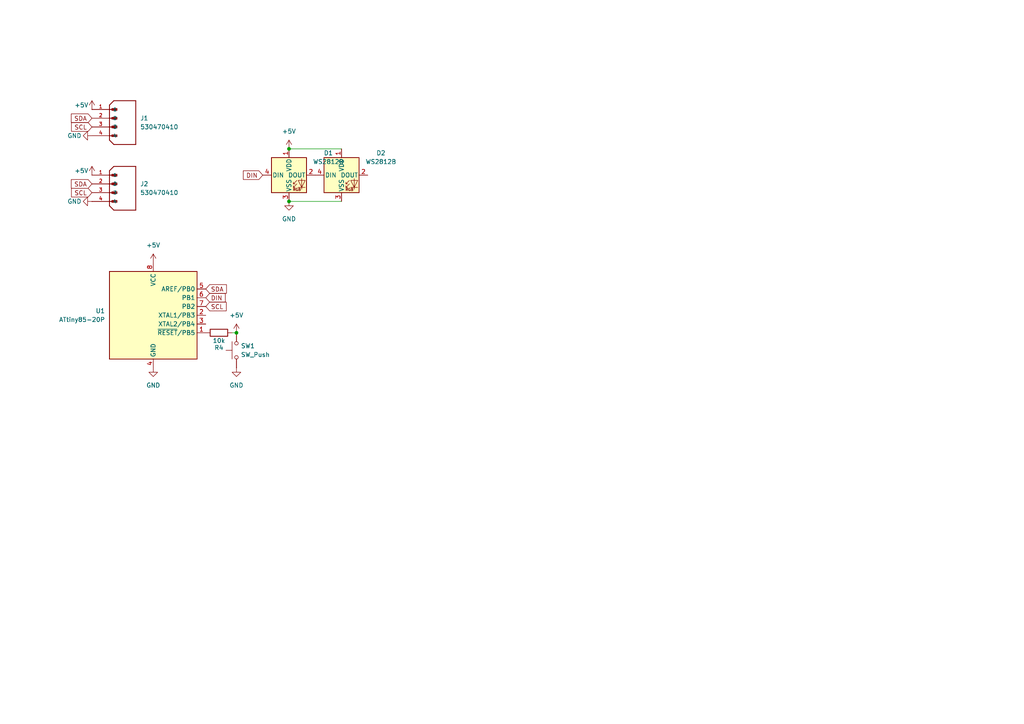
<source format=kicad_sch>
(kicad_sch
	(version 20250114)
	(generator "eeschema")
	(generator_version "9.0")
	(uuid "4f264fad-7f10-499c-9a89-39de6a31fb27")
	(paper "A4")
	(lib_symbols
		(symbol "530470410:530470410"
			(pin_names
				(offset 1.016)
			)
			(exclude_from_sim no)
			(in_bom yes)
			(on_board yes)
			(property "Reference" "J"
				(at 0 6.35 0)
				(effects
					(font
						(size 1.27 1.27)
					)
					(justify left bottom)
				)
			)
			(property "Value" "530470410"
				(at 0 -10.16 0)
				(effects
					(font
						(size 1.27 1.27)
					)
					(justify left bottom)
				)
			)
			(property "Footprint" "530470410:MOLEX_530470410"
				(at 0 0 0)
				(effects
					(font
						(size 1.27 1.27)
					)
					(justify bottom)
					(hide yes)
				)
			)
			(property "Datasheet" ""
				(at 0 0 0)
				(effects
					(font
						(size 1.27 1.27)
					)
					(hide yes)
				)
			)
			(property "Description" ""
				(at 0 0 0)
				(effects
					(font
						(size 1.27 1.27)
					)
					(hide yes)
				)
			)
			(property "MF" "Molex"
				(at 0 0 0)
				(effects
					(font
						(size 1.27 1.27)
					)
					(justify bottom)
					(hide yes)
				)
			)
			(property "MAXIMUM_PACKAGE_HEIGHT" "4.2 mm"
				(at 0 0 0)
				(effects
					(font
						(size 1.27 1.27)
					)
					(justify bottom)
					(hide yes)
				)
			)
			(property "Package" "None"
				(at 0 0 0)
				(effects
					(font
						(size 1.27 1.27)
					)
					(justify bottom)
					(hide yes)
				)
			)
			(property "Price" "None"
				(at 0 0 0)
				(effects
					(font
						(size 1.27 1.27)
					)
					(justify bottom)
					(hide yes)
				)
			)
			(property "Check_prices" "https://www.snapeda.com/parts/530470410/Molex/view-part/?ref=eda"
				(at 0 0 0)
				(effects
					(font
						(size 1.27 1.27)
					)
					(justify bottom)
					(hide yes)
				)
			)
			(property "STANDARD" "Manufacturer Recommendations"
				(at 0 0 0)
				(effects
					(font
						(size 1.27 1.27)
					)
					(justify bottom)
					(hide yes)
				)
			)
			(property "PARTREV" "A"
				(at 0 0 0)
				(effects
					(font
						(size 1.27 1.27)
					)
					(justify bottom)
					(hide yes)
				)
			)
			(property "SnapEDA_Link" "https://www.snapeda.com/parts/530470410/Molex/view-part/?ref=snap"
				(at 0 0 0)
				(effects
					(font
						(size 1.27 1.27)
					)
					(justify bottom)
					(hide yes)
				)
			)
			(property "MP" "530470410"
				(at 0 0 0)
				(effects
					(font
						(size 1.27 1.27)
					)
					(justify bottom)
					(hide yes)
				)
			)
			(property "Description_1" "Connector Header Through Hole 4 position 0.049 (1.25mm)"
				(at 0 0 0)
				(effects
					(font
						(size 1.27 1.27)
					)
					(justify bottom)
					(hide yes)
				)
			)
			(property "Availability" "In Stock"
				(at 0 0 0)
				(effects
					(font
						(size 1.27 1.27)
					)
					(justify bottom)
					(hide yes)
				)
			)
			(property "MANUFACTURER" "Molex"
				(at 0 0 0)
				(effects
					(font
						(size 1.27 1.27)
					)
					(justify bottom)
					(hide yes)
				)
			)
			(symbol "530470410_0_0"
				(polyline
					(pts
						(xy 0 3.81) (xy 0 -6.35)
					)
					(stroke
						(width 0.254)
						(type default)
					)
					(fill
						(type none)
					)
				)
				(polyline
					(pts
						(xy 0 3.81) (xy 1.27 5.08)
					)
					(stroke
						(width 0.254)
						(type default)
					)
					(fill
						(type none)
					)
				)
				(polyline
					(pts
						(xy 0 2.54) (xy 1.905 2.54)
					)
					(stroke
						(width 0.254)
						(type default)
					)
					(fill
						(type none)
					)
				)
				(polyline
					(pts
						(xy 0 0) (xy 1.905 0)
					)
					(stroke
						(width 0.254)
						(type default)
					)
					(fill
						(type none)
					)
				)
				(polyline
					(pts
						(xy 0 -2.54) (xy 1.905 -2.54)
					)
					(stroke
						(width 0.254)
						(type default)
					)
					(fill
						(type none)
					)
				)
				(polyline
					(pts
						(xy 0 -5.08) (xy 1.905 -5.08)
					)
					(stroke
						(width 0.254)
						(type default)
					)
					(fill
						(type none)
					)
				)
				(polyline
					(pts
						(xy 0 -6.35) (xy 1.27 -7.62)
					)
					(stroke
						(width 0.254)
						(type default)
					)
					(fill
						(type none)
					)
				)
				(rectangle
					(start 0.635 2.2225)
					(end 2.2225 2.8575)
					(stroke
						(width 0.1)
						(type default)
					)
					(fill
						(type outline)
					)
				)
				(rectangle
					(start 0.635 -0.3175)
					(end 2.2225 0.3175)
					(stroke
						(width 0.1)
						(type default)
					)
					(fill
						(type outline)
					)
				)
				(rectangle
					(start 0.635 -2.8575)
					(end 2.2225 -2.2225)
					(stroke
						(width 0.1)
						(type default)
					)
					(fill
						(type outline)
					)
				)
				(rectangle
					(start 0.635 -5.3975)
					(end 2.2225 -4.7625)
					(stroke
						(width 0.1)
						(type default)
					)
					(fill
						(type outline)
					)
				)
				(polyline
					(pts
						(xy 1.27 -7.62) (xy 7.62 -7.62)
					)
					(stroke
						(width 0.254)
						(type default)
					)
					(fill
						(type none)
					)
				)
				(polyline
					(pts
						(xy 7.62 5.08) (xy 1.27 5.08)
					)
					(stroke
						(width 0.254)
						(type default)
					)
					(fill
						(type none)
					)
				)
				(polyline
					(pts
						(xy 7.62 -7.62) (xy 7.62 5.08)
					)
					(stroke
						(width 0.254)
						(type default)
					)
					(fill
						(type none)
					)
				)
				(pin passive line
					(at -5.08 2.54 0)
					(length 5.08)
					(name "1"
						(effects
							(font
								(size 1.016 1.016)
							)
						)
					)
					(number "1"
						(effects
							(font
								(size 1.016 1.016)
							)
						)
					)
				)
				(pin passive line
					(at -5.08 0 0)
					(length 5.08)
					(name "2"
						(effects
							(font
								(size 1.016 1.016)
							)
						)
					)
					(number "2"
						(effects
							(font
								(size 1.016 1.016)
							)
						)
					)
				)
				(pin passive line
					(at -5.08 -2.54 0)
					(length 5.08)
					(name "3"
						(effects
							(font
								(size 1.016 1.016)
							)
						)
					)
					(number "3"
						(effects
							(font
								(size 1.016 1.016)
							)
						)
					)
				)
				(pin passive line
					(at -5.08 -5.08 0)
					(length 5.08)
					(name "4"
						(effects
							(font
								(size 1.016 1.016)
							)
						)
					)
					(number "4"
						(effects
							(font
								(size 1.016 1.016)
							)
						)
					)
				)
			)
			(embedded_fonts no)
		)
		(symbol "Device:R"
			(pin_numbers
				(hide yes)
			)
			(pin_names
				(offset 0)
			)
			(exclude_from_sim no)
			(in_bom yes)
			(on_board yes)
			(property "Reference" "R"
				(at 2.032 0 90)
				(effects
					(font
						(size 1.27 1.27)
					)
				)
			)
			(property "Value" "R"
				(at 0 0 90)
				(effects
					(font
						(size 1.27 1.27)
					)
				)
			)
			(property "Footprint" ""
				(at -1.778 0 90)
				(effects
					(font
						(size 1.27 1.27)
					)
					(hide yes)
				)
			)
			(property "Datasheet" "~"
				(at 0 0 0)
				(effects
					(font
						(size 1.27 1.27)
					)
					(hide yes)
				)
			)
			(property "Description" "Resistor"
				(at 0 0 0)
				(effects
					(font
						(size 1.27 1.27)
					)
					(hide yes)
				)
			)
			(property "ki_keywords" "R res resistor"
				(at 0 0 0)
				(effects
					(font
						(size 1.27 1.27)
					)
					(hide yes)
				)
			)
			(property "ki_fp_filters" "R_*"
				(at 0 0 0)
				(effects
					(font
						(size 1.27 1.27)
					)
					(hide yes)
				)
			)
			(symbol "R_0_1"
				(rectangle
					(start -1.016 -2.54)
					(end 1.016 2.54)
					(stroke
						(width 0.254)
						(type default)
					)
					(fill
						(type none)
					)
				)
			)
			(symbol "R_1_1"
				(pin passive line
					(at 0 3.81 270)
					(length 1.27)
					(name "~"
						(effects
							(font
								(size 1.27 1.27)
							)
						)
					)
					(number "1"
						(effects
							(font
								(size 1.27 1.27)
							)
						)
					)
				)
				(pin passive line
					(at 0 -3.81 90)
					(length 1.27)
					(name "~"
						(effects
							(font
								(size 1.27 1.27)
							)
						)
					)
					(number "2"
						(effects
							(font
								(size 1.27 1.27)
							)
						)
					)
				)
			)
			(embedded_fonts no)
		)
		(symbol "LED:WS2812B"
			(pin_names
				(offset 0.254)
			)
			(exclude_from_sim no)
			(in_bom yes)
			(on_board yes)
			(property "Reference" "D"
				(at 5.08 5.715 0)
				(effects
					(font
						(size 1.27 1.27)
					)
					(justify right bottom)
				)
			)
			(property "Value" "WS2812B"
				(at 1.27 -5.715 0)
				(effects
					(font
						(size 1.27 1.27)
					)
					(justify left top)
				)
			)
			(property "Footprint" "LED_SMD:LED_WS2812B_PLCC4_5.0x5.0mm_P3.2mm"
				(at 1.27 -7.62 0)
				(effects
					(font
						(size 1.27 1.27)
					)
					(justify left top)
					(hide yes)
				)
			)
			(property "Datasheet" "https://cdn-shop.adafruit.com/datasheets/WS2812B.pdf"
				(at 2.54 -9.525 0)
				(effects
					(font
						(size 1.27 1.27)
					)
					(justify left top)
					(hide yes)
				)
			)
			(property "Description" "RGB LED with integrated controller"
				(at 0 0 0)
				(effects
					(font
						(size 1.27 1.27)
					)
					(hide yes)
				)
			)
			(property "ki_keywords" "RGB LED NeoPixel addressable"
				(at 0 0 0)
				(effects
					(font
						(size 1.27 1.27)
					)
					(hide yes)
				)
			)
			(property "ki_fp_filters" "LED*WS2812*PLCC*5.0x5.0mm*P3.2mm*"
				(at 0 0 0)
				(effects
					(font
						(size 1.27 1.27)
					)
					(hide yes)
				)
			)
			(symbol "WS2812B_0_0"
				(text "RGB"
					(at 2.286 -4.191 0)
					(effects
						(font
							(size 0.762 0.762)
						)
					)
				)
			)
			(symbol "WS2812B_0_1"
				(polyline
					(pts
						(xy 1.27 -2.54) (xy 1.778 -2.54)
					)
					(stroke
						(width 0)
						(type default)
					)
					(fill
						(type none)
					)
				)
				(polyline
					(pts
						(xy 1.27 -3.556) (xy 1.778 -3.556)
					)
					(stroke
						(width 0)
						(type default)
					)
					(fill
						(type none)
					)
				)
				(polyline
					(pts
						(xy 2.286 -1.524) (xy 1.27 -2.54) (xy 1.27 -2.032)
					)
					(stroke
						(width 0)
						(type default)
					)
					(fill
						(type none)
					)
				)
				(polyline
					(pts
						(xy 2.286 -2.54) (xy 1.27 -3.556) (xy 1.27 -3.048)
					)
					(stroke
						(width 0)
						(type default)
					)
					(fill
						(type none)
					)
				)
				(polyline
					(pts
						(xy 3.683 -1.016) (xy 3.683 -3.556) (xy 3.683 -4.064)
					)
					(stroke
						(width 0)
						(type default)
					)
					(fill
						(type none)
					)
				)
				(polyline
					(pts
						(xy 4.699 -1.524) (xy 2.667 -1.524) (xy 3.683 -3.556) (xy 4.699 -1.524)
					)
					(stroke
						(width 0)
						(type default)
					)
					(fill
						(type none)
					)
				)
				(polyline
					(pts
						(xy 4.699 -3.556) (xy 2.667 -3.556)
					)
					(stroke
						(width 0)
						(type default)
					)
					(fill
						(type none)
					)
				)
				(rectangle
					(start 5.08 5.08)
					(end -5.08 -5.08)
					(stroke
						(width 0.254)
						(type default)
					)
					(fill
						(type background)
					)
				)
			)
			(symbol "WS2812B_1_1"
				(pin input line
					(at -7.62 0 0)
					(length 2.54)
					(name "DIN"
						(effects
							(font
								(size 1.27 1.27)
							)
						)
					)
					(number "4"
						(effects
							(font
								(size 1.27 1.27)
							)
						)
					)
				)
				(pin power_in line
					(at 0 7.62 270)
					(length 2.54)
					(name "VDD"
						(effects
							(font
								(size 1.27 1.27)
							)
						)
					)
					(number "1"
						(effects
							(font
								(size 1.27 1.27)
							)
						)
					)
				)
				(pin power_in line
					(at 0 -7.62 90)
					(length 2.54)
					(name "VSS"
						(effects
							(font
								(size 1.27 1.27)
							)
						)
					)
					(number "3"
						(effects
							(font
								(size 1.27 1.27)
							)
						)
					)
				)
				(pin output line
					(at 7.62 0 180)
					(length 2.54)
					(name "DOUT"
						(effects
							(font
								(size 1.27 1.27)
							)
						)
					)
					(number "2"
						(effects
							(font
								(size 1.27 1.27)
							)
						)
					)
				)
			)
			(embedded_fonts no)
		)
		(symbol "MCU_Microchip_ATtiny:ATtiny85-20P"
			(exclude_from_sim no)
			(in_bom yes)
			(on_board yes)
			(property "Reference" "U"
				(at -12.7 13.97 0)
				(effects
					(font
						(size 1.27 1.27)
					)
					(justify left bottom)
				)
			)
			(property "Value" "ATtiny85-20P"
				(at 2.54 -13.97 0)
				(effects
					(font
						(size 1.27 1.27)
					)
					(justify left top)
				)
			)
			(property "Footprint" "Package_DIP:DIP-8_W7.62mm"
				(at 0 0 0)
				(effects
					(font
						(size 1.27 1.27)
						(italic yes)
					)
					(hide yes)
				)
			)
			(property "Datasheet" "http://ww1.microchip.com/downloads/en/DeviceDoc/atmel-2586-avr-8-bit-microcontroller-attiny25-attiny45-attiny85_datasheet.pdf"
				(at 0 0 0)
				(effects
					(font
						(size 1.27 1.27)
					)
					(hide yes)
				)
			)
			(property "Description" "20MHz, 8kB Flash, 512B SRAM, 512B EEPROM, debugWIRE, DIP-8"
				(at 0 0 0)
				(effects
					(font
						(size 1.27 1.27)
					)
					(hide yes)
				)
			)
			(property "ki_keywords" "AVR 8bit Microcontroller tinyAVR"
				(at 0 0 0)
				(effects
					(font
						(size 1.27 1.27)
					)
					(hide yes)
				)
			)
			(property "ki_fp_filters" "DIP*W7.62mm*"
				(at 0 0 0)
				(effects
					(font
						(size 1.27 1.27)
					)
					(hide yes)
				)
			)
			(symbol "ATtiny85-20P_0_1"
				(rectangle
					(start -12.7 -12.7)
					(end 12.7 12.7)
					(stroke
						(width 0.254)
						(type default)
					)
					(fill
						(type background)
					)
				)
			)
			(symbol "ATtiny85-20P_1_1"
				(pin power_in line
					(at 0 15.24 270)
					(length 2.54)
					(name "VCC"
						(effects
							(font
								(size 1.27 1.27)
							)
						)
					)
					(number "8"
						(effects
							(font
								(size 1.27 1.27)
							)
						)
					)
				)
				(pin power_in line
					(at 0 -15.24 90)
					(length 2.54)
					(name "GND"
						(effects
							(font
								(size 1.27 1.27)
							)
						)
					)
					(number "4"
						(effects
							(font
								(size 1.27 1.27)
							)
						)
					)
				)
				(pin bidirectional line
					(at 15.24 7.62 180)
					(length 2.54)
					(name "AREF/PB0"
						(effects
							(font
								(size 1.27 1.27)
							)
						)
					)
					(number "5"
						(effects
							(font
								(size 1.27 1.27)
							)
						)
					)
				)
				(pin bidirectional line
					(at 15.24 5.08 180)
					(length 2.54)
					(name "PB1"
						(effects
							(font
								(size 1.27 1.27)
							)
						)
					)
					(number "6"
						(effects
							(font
								(size 1.27 1.27)
							)
						)
					)
				)
				(pin bidirectional line
					(at 15.24 2.54 180)
					(length 2.54)
					(name "PB2"
						(effects
							(font
								(size 1.27 1.27)
							)
						)
					)
					(number "7"
						(effects
							(font
								(size 1.27 1.27)
							)
						)
					)
				)
				(pin bidirectional line
					(at 15.24 0 180)
					(length 2.54)
					(name "XTAL1/PB3"
						(effects
							(font
								(size 1.27 1.27)
							)
						)
					)
					(number "2"
						(effects
							(font
								(size 1.27 1.27)
							)
						)
					)
				)
				(pin bidirectional line
					(at 15.24 -2.54 180)
					(length 2.54)
					(name "XTAL2/PB4"
						(effects
							(font
								(size 1.27 1.27)
							)
						)
					)
					(number "3"
						(effects
							(font
								(size 1.27 1.27)
							)
						)
					)
				)
				(pin bidirectional line
					(at 15.24 -5.08 180)
					(length 2.54)
					(name "~{RESET}/PB5"
						(effects
							(font
								(size 1.27 1.27)
							)
						)
					)
					(number "1"
						(effects
							(font
								(size 1.27 1.27)
							)
						)
					)
				)
			)
			(embedded_fonts no)
		)
		(symbol "Switch:SW_Push"
			(pin_numbers
				(hide yes)
			)
			(pin_names
				(offset 1.016)
				(hide yes)
			)
			(exclude_from_sim no)
			(in_bom yes)
			(on_board yes)
			(property "Reference" "SW"
				(at 1.27 2.54 0)
				(effects
					(font
						(size 1.27 1.27)
					)
					(justify left)
				)
			)
			(property "Value" "SW_Push"
				(at 0 -1.524 0)
				(effects
					(font
						(size 1.27 1.27)
					)
				)
			)
			(property "Footprint" ""
				(at 0 5.08 0)
				(effects
					(font
						(size 1.27 1.27)
					)
					(hide yes)
				)
			)
			(property "Datasheet" "~"
				(at 0 5.08 0)
				(effects
					(font
						(size 1.27 1.27)
					)
					(hide yes)
				)
			)
			(property "Description" "Push button switch, generic, two pins"
				(at 0 0 0)
				(effects
					(font
						(size 1.27 1.27)
					)
					(hide yes)
				)
			)
			(property "ki_keywords" "switch normally-open pushbutton push-button"
				(at 0 0 0)
				(effects
					(font
						(size 1.27 1.27)
					)
					(hide yes)
				)
			)
			(symbol "SW_Push_0_1"
				(circle
					(center -2.032 0)
					(radius 0.508)
					(stroke
						(width 0)
						(type default)
					)
					(fill
						(type none)
					)
				)
				(polyline
					(pts
						(xy 0 1.27) (xy 0 3.048)
					)
					(stroke
						(width 0)
						(type default)
					)
					(fill
						(type none)
					)
				)
				(circle
					(center 2.032 0)
					(radius 0.508)
					(stroke
						(width 0)
						(type default)
					)
					(fill
						(type none)
					)
				)
				(polyline
					(pts
						(xy 2.54 1.27) (xy -2.54 1.27)
					)
					(stroke
						(width 0)
						(type default)
					)
					(fill
						(type none)
					)
				)
				(pin passive line
					(at -5.08 0 0)
					(length 2.54)
					(name "1"
						(effects
							(font
								(size 1.27 1.27)
							)
						)
					)
					(number "1"
						(effects
							(font
								(size 1.27 1.27)
							)
						)
					)
				)
				(pin passive line
					(at 5.08 0 180)
					(length 2.54)
					(name "2"
						(effects
							(font
								(size 1.27 1.27)
							)
						)
					)
					(number "2"
						(effects
							(font
								(size 1.27 1.27)
							)
						)
					)
				)
			)
			(embedded_fonts no)
		)
		(symbol "power:+5V"
			(power)
			(pin_numbers
				(hide yes)
			)
			(pin_names
				(offset 0)
				(hide yes)
			)
			(exclude_from_sim no)
			(in_bom yes)
			(on_board yes)
			(property "Reference" "#PWR"
				(at 0 -3.81 0)
				(effects
					(font
						(size 1.27 1.27)
					)
					(hide yes)
				)
			)
			(property "Value" "+5V"
				(at 0 3.556 0)
				(effects
					(font
						(size 1.27 1.27)
					)
				)
			)
			(property "Footprint" ""
				(at 0 0 0)
				(effects
					(font
						(size 1.27 1.27)
					)
					(hide yes)
				)
			)
			(property "Datasheet" ""
				(at 0 0 0)
				(effects
					(font
						(size 1.27 1.27)
					)
					(hide yes)
				)
			)
			(property "Description" "Power symbol creates a global label with name \"+5V\""
				(at 0 0 0)
				(effects
					(font
						(size 1.27 1.27)
					)
					(hide yes)
				)
			)
			(property "ki_keywords" "global power"
				(at 0 0 0)
				(effects
					(font
						(size 1.27 1.27)
					)
					(hide yes)
				)
			)
			(symbol "+5V_0_1"
				(polyline
					(pts
						(xy -0.762 1.27) (xy 0 2.54)
					)
					(stroke
						(width 0)
						(type default)
					)
					(fill
						(type none)
					)
				)
				(polyline
					(pts
						(xy 0 2.54) (xy 0.762 1.27)
					)
					(stroke
						(width 0)
						(type default)
					)
					(fill
						(type none)
					)
				)
				(polyline
					(pts
						(xy 0 0) (xy 0 2.54)
					)
					(stroke
						(width 0)
						(type default)
					)
					(fill
						(type none)
					)
				)
			)
			(symbol "+5V_1_1"
				(pin power_in line
					(at 0 0 90)
					(length 0)
					(name "~"
						(effects
							(font
								(size 1.27 1.27)
							)
						)
					)
					(number "1"
						(effects
							(font
								(size 1.27 1.27)
							)
						)
					)
				)
			)
			(embedded_fonts no)
		)
		(symbol "power:GND"
			(power)
			(pin_numbers
				(hide yes)
			)
			(pin_names
				(offset 0)
				(hide yes)
			)
			(exclude_from_sim no)
			(in_bom yes)
			(on_board yes)
			(property "Reference" "#PWR"
				(at 0 -6.35 0)
				(effects
					(font
						(size 1.27 1.27)
					)
					(hide yes)
				)
			)
			(property "Value" "GND"
				(at 0 -3.81 0)
				(effects
					(font
						(size 1.27 1.27)
					)
				)
			)
			(property "Footprint" ""
				(at 0 0 0)
				(effects
					(font
						(size 1.27 1.27)
					)
					(hide yes)
				)
			)
			(property "Datasheet" ""
				(at 0 0 0)
				(effects
					(font
						(size 1.27 1.27)
					)
					(hide yes)
				)
			)
			(property "Description" "Power symbol creates a global label with name \"GND\" , ground"
				(at 0 0 0)
				(effects
					(font
						(size 1.27 1.27)
					)
					(hide yes)
				)
			)
			(property "ki_keywords" "global power"
				(at 0 0 0)
				(effects
					(font
						(size 1.27 1.27)
					)
					(hide yes)
				)
			)
			(symbol "GND_0_1"
				(polyline
					(pts
						(xy 0 0) (xy 0 -1.27) (xy 1.27 -1.27) (xy 0 -2.54) (xy -1.27 -1.27) (xy 0 -1.27)
					)
					(stroke
						(width 0)
						(type default)
					)
					(fill
						(type none)
					)
				)
			)
			(symbol "GND_1_1"
				(pin power_in line
					(at 0 0 270)
					(length 0)
					(name "~"
						(effects
							(font
								(size 1.27 1.27)
							)
						)
					)
					(number "1"
						(effects
							(font
								(size 1.27 1.27)
							)
						)
					)
				)
			)
			(embedded_fonts no)
		)
	)
	(junction
		(at 68.58 96.52)
		(diameter 0)
		(color 0 0 0 0)
		(uuid "542c24a8-1356-4dee-9c52-f85271229472")
	)
	(junction
		(at 83.82 58.42)
		(diameter 0)
		(color 0 0 0 0)
		(uuid "8abd7f4b-204a-4772-923d-a46c671a07fa")
	)
	(junction
		(at 83.82 43.18)
		(diameter 0)
		(color 0 0 0 0)
		(uuid "e70c5ddf-81c5-445a-b3c5-51a33b842a1f")
	)
	(wire
		(pts
			(xy 83.82 43.18) (xy 99.06 43.18)
		)
		(stroke
			(width 0)
			(type default)
		)
		(uuid "53f34f1c-c3d0-4224-9bd3-503a897a5658")
	)
	(wire
		(pts
			(xy 83.82 58.42) (xy 99.06 58.42)
		)
		(stroke
			(width 0)
			(type default)
		)
		(uuid "7174f5c8-123c-4e37-b050-6042b6cf053b")
	)
	(wire
		(pts
			(xy 68.58 96.52) (xy 67.31 96.52)
		)
		(stroke
			(width 0)
			(type default)
		)
		(uuid "7bac36b9-01f1-47e9-bd2e-aa9b8bc7560f")
	)
	(global_label "SDA"
		(shape input)
		(at 26.67 34.29 180)
		(fields_autoplaced yes)
		(effects
			(font
				(size 1.27 1.27)
			)
			(justify right)
		)
		(uuid "15db856e-0ed6-4740-bc43-883d68a42496")
		(property "Intersheetrefs" "${INTERSHEET_REFS}"
			(at 20.1167 34.29 0)
			(effects
				(font
					(size 1.27 1.27)
				)
				(justify right)
				(hide yes)
			)
		)
	)
	(global_label "DIN"
		(shape input)
		(at 76.2 50.8 180)
		(fields_autoplaced yes)
		(effects
			(font
				(size 1.27 1.27)
			)
			(justify right)
		)
		(uuid "3ceadd7a-445a-4cbc-8839-24e0e7677572")
		(property "Intersheetrefs" "${INTERSHEET_REFS}"
			(at 70.0095 50.8 0)
			(effects
				(font
					(size 1.27 1.27)
				)
				(justify right)
				(hide yes)
			)
		)
	)
	(global_label "DIN"
		(shape input)
		(at 59.69 86.36 0)
		(fields_autoplaced yes)
		(effects
			(font
				(size 1.27 1.27)
			)
			(justify left)
		)
		(uuid "3d0af601-0048-4d90-8e8b-ff3bbd3f0b56")
		(property "Intersheetrefs" "${INTERSHEET_REFS}"
			(at 65.8805 86.36 0)
			(effects
				(font
					(size 1.27 1.27)
				)
				(justify left)
				(hide yes)
			)
		)
	)
	(global_label "SDA"
		(shape input)
		(at 26.67 53.34 180)
		(fields_autoplaced yes)
		(effects
			(font
				(size 1.27 1.27)
			)
			(justify right)
		)
		(uuid "6a53ede5-cbc9-4844-8340-6394d8f7f2c3")
		(property "Intersheetrefs" "${INTERSHEET_REFS}"
			(at 20.1167 53.34 0)
			(effects
				(font
					(size 1.27 1.27)
				)
				(justify right)
				(hide yes)
			)
		)
	)
	(global_label "SDA"
		(shape input)
		(at 59.69 83.82 0)
		(fields_autoplaced yes)
		(effects
			(font
				(size 1.27 1.27)
			)
			(justify left)
		)
		(uuid "73ff7476-cc35-416a-9bfa-f11e9a18512b")
		(property "Intersheetrefs" "${INTERSHEET_REFS}"
			(at 66.2433 83.82 0)
			(effects
				(font
					(size 1.27 1.27)
				)
				(justify left)
				(hide yes)
			)
		)
	)
	(global_label "SCL"
		(shape input)
		(at 26.67 55.88 180)
		(fields_autoplaced yes)
		(effects
			(font
				(size 1.27 1.27)
			)
			(justify right)
		)
		(uuid "ad1b7a95-df2d-4e8a-9c2d-e86b0f14e77e")
		(property "Intersheetrefs" "${INTERSHEET_REFS}"
			(at 20.1772 55.88 0)
			(effects
				(font
					(size 1.27 1.27)
				)
				(justify right)
				(hide yes)
			)
		)
	)
	(global_label "SCL"
		(shape input)
		(at 26.67 36.83 180)
		(fields_autoplaced yes)
		(effects
			(font
				(size 1.27 1.27)
			)
			(justify right)
		)
		(uuid "efc25c81-6777-4355-9378-05d8c96e7a0c")
		(property "Intersheetrefs" "${INTERSHEET_REFS}"
			(at 20.1772 36.83 0)
			(effects
				(font
					(size 1.27 1.27)
				)
				(justify right)
				(hide yes)
			)
		)
	)
	(global_label "SCL"
		(shape input)
		(at 59.69 88.9 0)
		(fields_autoplaced yes)
		(effects
			(font
				(size 1.27 1.27)
			)
			(justify left)
		)
		(uuid "f1712f5d-f298-4c47-b2b7-61aacbd3c9da")
		(property "Intersheetrefs" "${INTERSHEET_REFS}"
			(at 66.1828 88.9 0)
			(effects
				(font
					(size 1.27 1.27)
				)
				(justify left)
				(hide yes)
			)
		)
	)
	(symbol
		(lib_id "530470410:530470410")
		(at 31.75 53.34 0)
		(unit 1)
		(exclude_from_sim no)
		(in_bom yes)
		(on_board yes)
		(dnp no)
		(fields_autoplaced yes)
		(uuid "04ab3fe5-a06f-4676-9a82-1700046818a4")
		(property "Reference" "J2"
			(at 40.64 53.3399 0)
			(effects
				(font
					(size 1.27 1.27)
				)
				(justify left)
			)
		)
		(property "Value" "530470410"
			(at 40.64 55.8799 0)
			(effects
				(font
					(size 1.27 1.27)
				)
				(justify left)
			)
		)
		(property "Footprint" "530470410:MOLEX_530470410"
			(at 31.75 53.34 0)
			(effects
				(font
					(size 1.27 1.27)
				)
				(justify bottom)
				(hide yes)
			)
		)
		(property "Datasheet" ""
			(at 31.75 53.34 0)
			(effects
				(font
					(size 1.27 1.27)
				)
				(hide yes)
			)
		)
		(property "Description" ""
			(at 31.75 53.34 0)
			(effects
				(font
					(size 1.27 1.27)
				)
				(hide yes)
			)
		)
		(property "MF" "Molex"
			(at 31.75 53.34 0)
			(effects
				(font
					(size 1.27 1.27)
				)
				(justify bottom)
				(hide yes)
			)
		)
		(property "MAXIMUM_PACKAGE_HEIGHT" "4.2 mm"
			(at 31.75 53.34 0)
			(effects
				(font
					(size 1.27 1.27)
				)
				(justify bottom)
				(hide yes)
			)
		)
		(property "Package" "None"
			(at 31.75 53.34 0)
			(effects
				(font
					(size 1.27 1.27)
				)
				(justify bottom)
				(hide yes)
			)
		)
		(property "Price" "None"
			(at 31.75 53.34 0)
			(effects
				(font
					(size 1.27 1.27)
				)
				(justify bottom)
				(hide yes)
			)
		)
		(property "Check_prices" "https://www.snapeda.com/parts/530470410/Molex/view-part/?ref=eda"
			(at 31.75 53.34 0)
			(effects
				(font
					(size 1.27 1.27)
				)
				(justify bottom)
				(hide yes)
			)
		)
		(property "STANDARD" "Manufacturer Recommendations"
			(at 31.75 53.34 0)
			(effects
				(font
					(size 1.27 1.27)
				)
				(justify bottom)
				(hide yes)
			)
		)
		(property "PARTREV" "A"
			(at 31.75 53.34 0)
			(effects
				(font
					(size 1.27 1.27)
				)
				(justify bottom)
				(hide yes)
			)
		)
		(property "SnapEDA_Link" "https://www.snapeda.com/parts/530470410/Molex/view-part/?ref=snap"
			(at 31.75 53.34 0)
			(effects
				(font
					(size 1.27 1.27)
				)
				(justify bottom)
				(hide yes)
			)
		)
		(property "MP" "530470410"
			(at 31.75 53.34 0)
			(effects
				(font
					(size 1.27 1.27)
				)
				(justify bottom)
				(hide yes)
			)
		)
		(property "Description_1" "Connector Header Through Hole 4 position 0.049 (1.25mm)"
			(at 31.75 53.34 0)
			(effects
				(font
					(size 1.27 1.27)
				)
				(justify bottom)
				(hide yes)
			)
		)
		(property "Availability" "In Stock"
			(at 31.75 53.34 0)
			(effects
				(font
					(size 1.27 1.27)
				)
				(justify bottom)
				(hide yes)
			)
		)
		(property "MANUFACTURER" "Molex"
			(at 31.75 53.34 0)
			(effects
				(font
					(size 1.27 1.27)
				)
				(justify bottom)
				(hide yes)
			)
		)
		(pin "4"
			(uuid "70fc2e39-0443-4068-adef-a458c15178e5")
		)
		(pin "1"
			(uuid "cf22174f-6de2-4eec-999f-77fc2a262c13")
		)
		(pin "2"
			(uuid "49844754-37bd-4662-a6cb-5b5a5943a380")
		)
		(pin "3"
			(uuid "2eb82c64-b32b-467a-9e13-358e6d1ef87c")
		)
		(instances
			(project "Blinder"
				(path "/4f264fad-7f10-499c-9a89-39de6a31fb27"
					(reference "J2")
					(unit 1)
				)
			)
		)
	)
	(symbol
		(lib_id "power:+5V")
		(at 68.58 96.52 0)
		(unit 1)
		(exclude_from_sim no)
		(in_bom yes)
		(on_board yes)
		(dnp no)
		(fields_autoplaced yes)
		(uuid "227384cd-7e97-440a-99a8-322f8ad38603")
		(property "Reference" "#PWR09"
			(at 68.58 100.33 0)
			(effects
				(font
					(size 1.27 1.27)
				)
				(hide yes)
			)
		)
		(property "Value" "+5V"
			(at 68.58 91.44 0)
			(effects
				(font
					(size 1.27 1.27)
				)
			)
		)
		(property "Footprint" ""
			(at 68.58 96.52 0)
			(effects
				(font
					(size 1.27 1.27)
				)
				(hide yes)
			)
		)
		(property "Datasheet" ""
			(at 68.58 96.52 0)
			(effects
				(font
					(size 1.27 1.27)
				)
				(hide yes)
			)
		)
		(property "Description" "Power symbol creates a global label with name \"+5V\""
			(at 68.58 96.52 0)
			(effects
				(font
					(size 1.27 1.27)
				)
				(hide yes)
			)
		)
		(pin "1"
			(uuid "b7dab1d2-fb2e-472d-bf1e-7fb7537d6145")
		)
		(instances
			(project "Blinder"
				(path "/4f264fad-7f10-499c-9a89-39de6a31fb27"
					(reference "#PWR09")
					(unit 1)
				)
			)
		)
	)
	(symbol
		(lib_id "power:GND")
		(at 44.45 106.68 0)
		(unit 1)
		(exclude_from_sim no)
		(in_bom yes)
		(on_board yes)
		(dnp no)
		(fields_autoplaced yes)
		(uuid "3d501a56-581d-42cb-a068-478fd77cc043")
		(property "Reference" "#PWR08"
			(at 44.45 113.03 0)
			(effects
				(font
					(size 1.27 1.27)
				)
				(hide yes)
			)
		)
		(property "Value" "GND"
			(at 44.45 111.76 0)
			(effects
				(font
					(size 1.27 1.27)
				)
			)
		)
		(property "Footprint" ""
			(at 44.45 106.68 0)
			(effects
				(font
					(size 1.27 1.27)
				)
				(hide yes)
			)
		)
		(property "Datasheet" ""
			(at 44.45 106.68 0)
			(effects
				(font
					(size 1.27 1.27)
				)
				(hide yes)
			)
		)
		(property "Description" "Power symbol creates a global label with name \"GND\" , ground"
			(at 44.45 106.68 0)
			(effects
				(font
					(size 1.27 1.27)
				)
				(hide yes)
			)
		)
		(pin "1"
			(uuid "cd3d03e1-11b0-4e4a-b27e-3777a8a43a56")
		)
		(instances
			(project "Blinder"
				(path "/4f264fad-7f10-499c-9a89-39de6a31fb27"
					(reference "#PWR08")
					(unit 1)
				)
			)
		)
	)
	(symbol
		(lib_id "power:GND")
		(at 68.58 106.68 0)
		(unit 1)
		(exclude_from_sim no)
		(in_bom yes)
		(on_board yes)
		(dnp no)
		(fields_autoplaced yes)
		(uuid "469a07af-6d12-4bde-b825-c9ae420bd4bc")
		(property "Reference" "#PWR010"
			(at 68.58 113.03 0)
			(effects
				(font
					(size 1.27 1.27)
				)
				(hide yes)
			)
		)
		(property "Value" "GND"
			(at 68.58 111.76 0)
			(effects
				(font
					(size 1.27 1.27)
				)
			)
		)
		(property "Footprint" ""
			(at 68.58 106.68 0)
			(effects
				(font
					(size 1.27 1.27)
				)
				(hide yes)
			)
		)
		(property "Datasheet" ""
			(at 68.58 106.68 0)
			(effects
				(font
					(size 1.27 1.27)
				)
				(hide yes)
			)
		)
		(property "Description" "Power symbol creates a global label with name \"GND\" , ground"
			(at 68.58 106.68 0)
			(effects
				(font
					(size 1.27 1.27)
				)
				(hide yes)
			)
		)
		(pin "1"
			(uuid "46f7e2b6-8f65-4052-ae2d-e3f7ddcd5e6a")
		)
		(instances
			(project "Blinder"
				(path "/4f264fad-7f10-499c-9a89-39de6a31fb27"
					(reference "#PWR010")
					(unit 1)
				)
			)
		)
	)
	(symbol
		(lib_id "LED:WS2812B")
		(at 99.06 50.8 0)
		(unit 1)
		(exclude_from_sim no)
		(in_bom yes)
		(on_board yes)
		(dnp no)
		(fields_autoplaced yes)
		(uuid "4a8c0a89-d376-410c-85fd-1691c36f5990")
		(property "Reference" "D2"
			(at 110.49 44.3798 0)
			(effects
				(font
					(size 1.27 1.27)
				)
			)
		)
		(property "Value" "WS2812B"
			(at 110.49 46.9198 0)
			(effects
				(font
					(size 1.27 1.27)
				)
			)
		)
		(property "Footprint" "LED_SMD:LED_WS2812B_PLCC4_5.0x5.0mm_P3.2mm"
			(at 100.33 58.42 0)
			(effects
				(font
					(size 1.27 1.27)
				)
				(justify left top)
				(hide yes)
			)
		)
		(property "Datasheet" "https://cdn-shop.adafruit.com/datasheets/WS2812B.pdf"
			(at 101.6 60.325 0)
			(effects
				(font
					(size 1.27 1.27)
				)
				(justify left top)
				(hide yes)
			)
		)
		(property "Description" "RGB LED with integrated controller"
			(at 99.06 50.8 0)
			(effects
				(font
					(size 1.27 1.27)
				)
				(hide yes)
			)
		)
		(pin "1"
			(uuid "611791c7-d510-4301-9175-e099e3756ada")
		)
		(pin "4"
			(uuid "656dc63e-4c8f-485d-8b9b-8c49b2050978")
		)
		(pin "2"
			(uuid "23c04064-4ed1-4802-af01-0a5e2f1adf4b")
		)
		(pin "3"
			(uuid "4bb8cf9b-7f91-49b8-89b1-0a57e64b285e")
		)
		(instances
			(project "Blinder"
				(path "/4f264fad-7f10-499c-9a89-39de6a31fb27"
					(reference "D2")
					(unit 1)
				)
			)
		)
	)
	(symbol
		(lib_id "530470410:530470410")
		(at 31.75 34.29 0)
		(unit 1)
		(exclude_from_sim no)
		(in_bom yes)
		(on_board yes)
		(dnp no)
		(fields_autoplaced yes)
		(uuid "53eceed9-a16d-4d22-950b-ec387345a30b")
		(property "Reference" "J1"
			(at 40.64 34.2899 0)
			(effects
				(font
					(size 1.27 1.27)
				)
				(justify left)
			)
		)
		(property "Value" "530470410"
			(at 40.64 36.8299 0)
			(effects
				(font
					(size 1.27 1.27)
				)
				(justify left)
			)
		)
		(property "Footprint" "530470410:MOLEX_530470410"
			(at 31.75 34.29 0)
			(effects
				(font
					(size 1.27 1.27)
				)
				(justify bottom)
				(hide yes)
			)
		)
		(property "Datasheet" ""
			(at 31.75 34.29 0)
			(effects
				(font
					(size 1.27 1.27)
				)
				(hide yes)
			)
		)
		(property "Description" ""
			(at 31.75 34.29 0)
			(effects
				(font
					(size 1.27 1.27)
				)
				(hide yes)
			)
		)
		(property "MF" "Molex"
			(at 31.75 34.29 0)
			(effects
				(font
					(size 1.27 1.27)
				)
				(justify bottom)
				(hide yes)
			)
		)
		(property "MAXIMUM_PACKAGE_HEIGHT" "4.2 mm"
			(at 31.75 34.29 0)
			(effects
				(font
					(size 1.27 1.27)
				)
				(justify bottom)
				(hide yes)
			)
		)
		(property "Package" "None"
			(at 31.75 34.29 0)
			(effects
				(font
					(size 1.27 1.27)
				)
				(justify bottom)
				(hide yes)
			)
		)
		(property "Price" "None"
			(at 31.75 34.29 0)
			(effects
				(font
					(size 1.27 1.27)
				)
				(justify bottom)
				(hide yes)
			)
		)
		(property "Check_prices" "https://www.snapeda.com/parts/530470410/Molex/view-part/?ref=eda"
			(at 31.75 34.29 0)
			(effects
				(font
					(size 1.27 1.27)
				)
				(justify bottom)
				(hide yes)
			)
		)
		(property "STANDARD" "Manufacturer Recommendations"
			(at 31.75 34.29 0)
			(effects
				(font
					(size 1.27 1.27)
				)
				(justify bottom)
				(hide yes)
			)
		)
		(property "PARTREV" "A"
			(at 31.75 34.29 0)
			(effects
				(font
					(size 1.27 1.27)
				)
				(justify bottom)
				(hide yes)
			)
		)
		(property "SnapEDA_Link" "https://www.snapeda.com/parts/530470410/Molex/view-part/?ref=snap"
			(at 31.75 34.29 0)
			(effects
				(font
					(size 1.27 1.27)
				)
				(justify bottom)
				(hide yes)
			)
		)
		(property "MP" "530470410"
			(at 31.75 34.29 0)
			(effects
				(font
					(size 1.27 1.27)
				)
				(justify bottom)
				(hide yes)
			)
		)
		(property "Description_1" "Connector Header Through Hole 4 position 0.049 (1.25mm)"
			(at 31.75 34.29 0)
			(effects
				(font
					(size 1.27 1.27)
				)
				(justify bottom)
				(hide yes)
			)
		)
		(property "Availability" "In Stock"
			(at 31.75 34.29 0)
			(effects
				(font
					(size 1.27 1.27)
				)
				(justify bottom)
				(hide yes)
			)
		)
		(property "MANUFACTURER" "Molex"
			(at 31.75 34.29 0)
			(effects
				(font
					(size 1.27 1.27)
				)
				(justify bottom)
				(hide yes)
			)
		)
		(pin "4"
			(uuid "e5941539-d458-499f-b6b1-30545d87b7e5")
		)
		(pin "1"
			(uuid "1fa70381-668d-4609-ad3e-5b8ff418e964")
		)
		(pin "2"
			(uuid "27ee166a-6924-479b-9297-2faa97b42b41")
		)
		(pin "3"
			(uuid "ea054a03-9865-49e3-a7e4-182766905ec9")
		)
		(instances
			(project ""
				(path "/4f264fad-7f10-499c-9a89-39de6a31fb27"
					(reference "J1")
					(unit 1)
				)
			)
		)
	)
	(symbol
		(lib_id "power:+5V")
		(at 26.67 31.75 0)
		(unit 1)
		(exclude_from_sim no)
		(in_bom yes)
		(on_board yes)
		(dnp no)
		(uuid "653f2ffa-1488-418f-893b-ea953d9eac3a")
		(property "Reference" "#PWR01"
			(at 26.67 35.56 0)
			(effects
				(font
					(size 1.27 1.27)
				)
				(hide yes)
			)
		)
		(property "Value" "+5V"
			(at 23.622 30.48 0)
			(effects
				(font
					(size 1.27 1.27)
				)
			)
		)
		(property "Footprint" ""
			(at 26.67 31.75 0)
			(effects
				(font
					(size 1.27 1.27)
				)
				(hide yes)
			)
		)
		(property "Datasheet" ""
			(at 26.67 31.75 0)
			(effects
				(font
					(size 1.27 1.27)
				)
				(hide yes)
			)
		)
		(property "Description" "Power symbol creates a global label with name \"+5V\""
			(at 26.67 31.75 0)
			(effects
				(font
					(size 1.27 1.27)
				)
				(hide yes)
			)
		)
		(pin "1"
			(uuid "99591dd9-d1d5-46cd-9341-6bc590f90a3d")
		)
		(instances
			(project "Blinder"
				(path "/4f264fad-7f10-499c-9a89-39de6a31fb27"
					(reference "#PWR01")
					(unit 1)
				)
			)
		)
	)
	(symbol
		(lib_id "power:+5V")
		(at 83.82 43.18 0)
		(unit 1)
		(exclude_from_sim no)
		(in_bom yes)
		(on_board yes)
		(dnp no)
		(fields_autoplaced yes)
		(uuid "6cf7fc19-71d8-479c-a51a-1bda25df1e88")
		(property "Reference" "#PWR011"
			(at 83.82 46.99 0)
			(effects
				(font
					(size 1.27 1.27)
				)
				(hide yes)
			)
		)
		(property "Value" "+5V"
			(at 83.82 38.1 0)
			(effects
				(font
					(size 1.27 1.27)
				)
			)
		)
		(property "Footprint" ""
			(at 83.82 43.18 0)
			(effects
				(font
					(size 1.27 1.27)
				)
				(hide yes)
			)
		)
		(property "Datasheet" ""
			(at 83.82 43.18 0)
			(effects
				(font
					(size 1.27 1.27)
				)
				(hide yes)
			)
		)
		(property "Description" "Power symbol creates a global label with name \"+5V\""
			(at 83.82 43.18 0)
			(effects
				(font
					(size 1.27 1.27)
				)
				(hide yes)
			)
		)
		(pin "1"
			(uuid "90758621-7dee-41f6-a57a-351316e53c2c")
		)
		(instances
			(project "Blinder"
				(path "/4f264fad-7f10-499c-9a89-39de6a31fb27"
					(reference "#PWR011")
					(unit 1)
				)
			)
		)
	)
	(symbol
		(lib_id "power:GND")
		(at 26.67 39.37 270)
		(unit 1)
		(exclude_from_sim no)
		(in_bom yes)
		(on_board yes)
		(dnp no)
		(uuid "6dd5b18c-2d98-4e5d-9e7e-403728f4fe66")
		(property "Reference" "#PWR04"
			(at 20.32 39.37 0)
			(effects
				(font
					(size 1.27 1.27)
				)
				(hide yes)
			)
		)
		(property "Value" "GND"
			(at 21.59 39.37 90)
			(effects
				(font
					(size 1.27 1.27)
				)
			)
		)
		(property "Footprint" ""
			(at 26.67 39.37 0)
			(effects
				(font
					(size 1.27 1.27)
				)
				(hide yes)
			)
		)
		(property "Datasheet" ""
			(at 26.67 39.37 0)
			(effects
				(font
					(size 1.27 1.27)
				)
				(hide yes)
			)
		)
		(property "Description" "Power symbol creates a global label with name \"GND\" , ground"
			(at 26.67 39.37 0)
			(effects
				(font
					(size 1.27 1.27)
				)
				(hide yes)
			)
		)
		(pin "1"
			(uuid "33c6c089-9236-4236-a6bd-839de8e63911")
		)
		(instances
			(project "Blinder"
				(path "/4f264fad-7f10-499c-9a89-39de6a31fb27"
					(reference "#PWR04")
					(unit 1)
				)
			)
		)
	)
	(symbol
		(lib_id "Switch:SW_Push")
		(at 68.58 101.6 90)
		(unit 1)
		(exclude_from_sim no)
		(in_bom yes)
		(on_board yes)
		(dnp no)
		(fields_autoplaced yes)
		(uuid "704227c7-7f76-4ac2-bc33-1b74d66a411f")
		(property "Reference" "SW1"
			(at 69.85 100.3299 90)
			(effects
				(font
					(size 1.27 1.27)
				)
				(justify right)
			)
		)
		(property "Value" "SW_Push"
			(at 69.85 102.8699 90)
			(effects
				(font
					(size 1.27 1.27)
				)
				(justify right)
			)
		)
		(property "Footprint" "Connector_PinHeader_2.54mm:PinHeader_1x02_P2.54mm_Vertical"
			(at 63.5 101.6 0)
			(effects
				(font
					(size 1.27 1.27)
				)
				(hide yes)
			)
		)
		(property "Datasheet" "~"
			(at 63.5 101.6 0)
			(effects
				(font
					(size 1.27 1.27)
				)
				(hide yes)
			)
		)
		(property "Description" "Push button switch, generic, two pins"
			(at 68.58 101.6 0)
			(effects
				(font
					(size 1.27 1.27)
				)
				(hide yes)
			)
		)
		(pin "1"
			(uuid "695e3c80-b956-4a98-b5b7-a8133c10323f")
		)
		(pin "2"
			(uuid "c74a066a-04b2-4fd9-a5fd-0a0d7bd1841b")
		)
		(instances
			(project "Blinder"
				(path "/4f264fad-7f10-499c-9a89-39de6a31fb27"
					(reference "SW1")
					(unit 1)
				)
			)
		)
	)
	(symbol
		(lib_id "Device:R")
		(at 63.5 96.52 90)
		(unit 1)
		(exclude_from_sim no)
		(in_bom yes)
		(on_board yes)
		(dnp no)
		(uuid "9007d3f7-25b0-4f2f-b3c6-c8ed0e26fc30")
		(property "Reference" "R4"
			(at 63.5 100.838 90)
			(effects
				(font
					(size 1.27 1.27)
				)
			)
		)
		(property "Value" "10k"
			(at 63.5 98.806 90)
			(effects
				(font
					(size 1.27 1.27)
				)
			)
		)
		(property "Footprint" "Resistor_SMD:R_0805_2012Metric"
			(at 63.5 98.298 90)
			(effects
				(font
					(size 1.27 1.27)
				)
				(hide yes)
			)
		)
		(property "Datasheet" "~"
			(at 63.5 96.52 0)
			(effects
				(font
					(size 1.27 1.27)
				)
				(hide yes)
			)
		)
		(property "Description" "Resistor"
			(at 63.5 96.52 0)
			(effects
				(font
					(size 1.27 1.27)
				)
				(hide yes)
			)
		)
		(pin "1"
			(uuid "f117ab1c-9df8-4895-87de-8e2ee4fea514")
		)
		(pin "2"
			(uuid "c43d9c23-7d56-4247-bc14-fa4ee936f8f2")
		)
		(instances
			(project "Blinder"
				(path "/4f264fad-7f10-499c-9a89-39de6a31fb27"
					(reference "R4")
					(unit 1)
				)
			)
		)
	)
	(symbol
		(lib_id "power:GND")
		(at 83.82 58.42 0)
		(unit 1)
		(exclude_from_sim no)
		(in_bom yes)
		(on_board yes)
		(dnp no)
		(fields_autoplaced yes)
		(uuid "b7817e81-f8c9-45cc-a6a7-18790ddb023a")
		(property "Reference" "#PWR012"
			(at 83.82 64.77 0)
			(effects
				(font
					(size 1.27 1.27)
				)
				(hide yes)
			)
		)
		(property "Value" "GND"
			(at 83.82 63.5 0)
			(effects
				(font
					(size 1.27 1.27)
				)
			)
		)
		(property "Footprint" ""
			(at 83.82 58.42 0)
			(effects
				(font
					(size 1.27 1.27)
				)
				(hide yes)
			)
		)
		(property "Datasheet" ""
			(at 83.82 58.42 0)
			(effects
				(font
					(size 1.27 1.27)
				)
				(hide yes)
			)
		)
		(property "Description" "Power symbol creates a global label with name \"GND\" , ground"
			(at 83.82 58.42 0)
			(effects
				(font
					(size 1.27 1.27)
				)
				(hide yes)
			)
		)
		(pin "1"
			(uuid "595ee48b-92be-4259-b379-b500335e0137")
		)
		(instances
			(project "Blinder"
				(path "/4f264fad-7f10-499c-9a89-39de6a31fb27"
					(reference "#PWR012")
					(unit 1)
				)
			)
		)
	)
	(symbol
		(lib_id "power:+5V")
		(at 26.67 50.8 0)
		(unit 1)
		(exclude_from_sim no)
		(in_bom yes)
		(on_board yes)
		(dnp no)
		(uuid "b78b769d-f935-4a54-91b1-787b0e3e5696")
		(property "Reference" "#PWR02"
			(at 26.67 54.61 0)
			(effects
				(font
					(size 1.27 1.27)
				)
				(hide yes)
			)
		)
		(property "Value" "+5V"
			(at 23.622 49.53 0)
			(effects
				(font
					(size 1.27 1.27)
				)
			)
		)
		(property "Footprint" ""
			(at 26.67 50.8 0)
			(effects
				(font
					(size 1.27 1.27)
				)
				(hide yes)
			)
		)
		(property "Datasheet" ""
			(at 26.67 50.8 0)
			(effects
				(font
					(size 1.27 1.27)
				)
				(hide yes)
			)
		)
		(property "Description" "Power symbol creates a global label with name \"+5V\""
			(at 26.67 50.8 0)
			(effects
				(font
					(size 1.27 1.27)
				)
				(hide yes)
			)
		)
		(pin "1"
			(uuid "519b90c1-3ae1-4d2b-83ce-9b9bf5b7ad01")
		)
		(instances
			(project "Blinder"
				(path "/4f264fad-7f10-499c-9a89-39de6a31fb27"
					(reference "#PWR02")
					(unit 1)
				)
			)
		)
	)
	(symbol
		(lib_id "LED:WS2812B")
		(at 83.82 50.8 0)
		(unit 1)
		(exclude_from_sim no)
		(in_bom yes)
		(on_board yes)
		(dnp no)
		(fields_autoplaced yes)
		(uuid "de02ce37-e418-48cc-92f8-977b75dc387e")
		(property "Reference" "D1"
			(at 95.25 44.3798 0)
			(effects
				(font
					(size 1.27 1.27)
				)
			)
		)
		(property "Value" "WS2812B"
			(at 95.25 46.9198 0)
			(effects
				(font
					(size 1.27 1.27)
				)
			)
		)
		(property "Footprint" "LED_SMD:LED_WS2812B_PLCC4_5.0x5.0mm_P3.2mm"
			(at 85.09 58.42 0)
			(effects
				(font
					(size 1.27 1.27)
				)
				(justify left top)
				(hide yes)
			)
		)
		(property "Datasheet" "https://cdn-shop.adafruit.com/datasheets/WS2812B.pdf"
			(at 86.36 60.325 0)
			(effects
				(font
					(size 1.27 1.27)
				)
				(justify left top)
				(hide yes)
			)
		)
		(property "Description" "RGB LED with integrated controller"
			(at 83.82 50.8 0)
			(effects
				(font
					(size 1.27 1.27)
				)
				(hide yes)
			)
		)
		(pin "1"
			(uuid "c308feea-4b32-43ac-b77d-ad3040d480d5")
		)
		(pin "4"
			(uuid "1bd221e5-990f-4b22-baf5-d2f819b4adbe")
		)
		(pin "2"
			(uuid "e2733e63-f322-4ee1-8c6b-04565be2dd8c")
		)
		(pin "3"
			(uuid "96eca469-21d5-4574-806f-90bc05b66799")
		)
		(instances
			(project ""
				(path "/4f264fad-7f10-499c-9a89-39de6a31fb27"
					(reference "D1")
					(unit 1)
				)
			)
		)
	)
	(symbol
		(lib_id "power:+5V")
		(at 44.45 76.2 0)
		(unit 1)
		(exclude_from_sim no)
		(in_bom yes)
		(on_board yes)
		(dnp no)
		(fields_autoplaced yes)
		(uuid "ef683625-c737-4b8d-b3d9-3ed5332089fc")
		(property "Reference" "#PWR03"
			(at 44.45 80.01 0)
			(effects
				(font
					(size 1.27 1.27)
				)
				(hide yes)
			)
		)
		(property "Value" "+5V"
			(at 44.45 71.12 0)
			(effects
				(font
					(size 1.27 1.27)
				)
			)
		)
		(property "Footprint" ""
			(at 44.45 76.2 0)
			(effects
				(font
					(size 1.27 1.27)
				)
				(hide yes)
			)
		)
		(property "Datasheet" ""
			(at 44.45 76.2 0)
			(effects
				(font
					(size 1.27 1.27)
				)
				(hide yes)
			)
		)
		(property "Description" "Power symbol creates a global label with name \"+5V\""
			(at 44.45 76.2 0)
			(effects
				(font
					(size 1.27 1.27)
				)
				(hide yes)
			)
		)
		(pin "1"
			(uuid "ee21f76f-1b20-493c-8361-53d87fbbca26")
		)
		(instances
			(project "Blinder"
				(path "/4f264fad-7f10-499c-9a89-39de6a31fb27"
					(reference "#PWR03")
					(unit 1)
				)
			)
		)
	)
	(symbol
		(lib_id "power:GND")
		(at 26.67 58.42 270)
		(unit 1)
		(exclude_from_sim no)
		(in_bom yes)
		(on_board yes)
		(dnp no)
		(uuid "f16b8414-89d4-4c36-bc4b-57fea600a58e")
		(property "Reference" "#PWR07"
			(at 20.32 58.42 0)
			(effects
				(font
					(size 1.27 1.27)
				)
				(hide yes)
			)
		)
		(property "Value" "GND"
			(at 21.59 58.42 90)
			(effects
				(font
					(size 1.27 1.27)
				)
			)
		)
		(property "Footprint" ""
			(at 26.67 58.42 0)
			(effects
				(font
					(size 1.27 1.27)
				)
				(hide yes)
			)
		)
		(property "Datasheet" ""
			(at 26.67 58.42 0)
			(effects
				(font
					(size 1.27 1.27)
				)
				(hide yes)
			)
		)
		(property "Description" "Power symbol creates a global label with name \"GND\" , ground"
			(at 26.67 58.42 0)
			(effects
				(font
					(size 1.27 1.27)
				)
				(hide yes)
			)
		)
		(pin "1"
			(uuid "2321ae75-c729-4e20-a838-debc0d39825a")
		)
		(instances
			(project "Blinder"
				(path "/4f264fad-7f10-499c-9a89-39de6a31fb27"
					(reference "#PWR07")
					(unit 1)
				)
			)
		)
	)
	(symbol
		(lib_id "MCU_Microchip_ATtiny:ATtiny85-20P")
		(at 44.45 91.44 0)
		(unit 1)
		(exclude_from_sim no)
		(in_bom yes)
		(on_board yes)
		(dnp no)
		(fields_autoplaced yes)
		(uuid "fc5f9ef4-9d7e-45bb-95cd-8f3f680d6d8c")
		(property "Reference" "U1"
			(at 30.48 90.1699 0)
			(effects
				(font
					(size 1.27 1.27)
				)
				(justify right)
			)
		)
		(property "Value" "ATtiny85-20P"
			(at 30.48 92.7099 0)
			(effects
				(font
					(size 1.27 1.27)
				)
				(justify right)
			)
		)
		(property "Footprint" "Package_DIP:DIP-8_W7.62mm"
			(at 44.45 91.44 0)
			(effects
				(font
					(size 1.27 1.27)
					(italic yes)
				)
				(hide yes)
			)
		)
		(property "Datasheet" "http://ww1.microchip.com/downloads/en/DeviceDoc/atmel-2586-avr-8-bit-microcontroller-attiny25-attiny45-attiny85_datasheet.pdf"
			(at 44.45 91.44 0)
			(effects
				(font
					(size 1.27 1.27)
				)
				(hide yes)
			)
		)
		(property "Description" "20MHz, 8kB Flash, 512B SRAM, 512B EEPROM, debugWIRE, DIP-8"
			(at 44.45 91.44 0)
			(effects
				(font
					(size 1.27 1.27)
				)
				(hide yes)
			)
		)
		(pin "8"
			(uuid "2704b3dd-2643-4363-bec7-8c18a2ccfc53")
		)
		(pin "5"
			(uuid "4435c632-e84b-4438-9644-205d27fe006a")
		)
		(pin "4"
			(uuid "d93dcd0a-4b37-4e78-83ef-40b01b172047")
		)
		(pin "6"
			(uuid "0bfe380e-fc8a-4a23-9422-4163b44a1638")
		)
		(pin "1"
			(uuid "0b9d9e12-68b1-4d85-b87d-23f7e721df49")
		)
		(pin "7"
			(uuid "38831990-5d1d-4193-8d3e-529c35997b04")
		)
		(pin "2"
			(uuid "af929129-12ba-478e-9ab5-7bf8338893f6")
		)
		(pin "3"
			(uuid "2d2cc2f6-ecf9-4453-aff9-7e2337bf6944")
		)
		(instances
			(project "Blinder"
				(path "/4f264fad-7f10-499c-9a89-39de6a31fb27"
					(reference "U1")
					(unit 1)
				)
			)
		)
	)
	(sheet_instances
		(path "/"
			(page "1")
		)
	)
	(embedded_fonts no)
)

</source>
